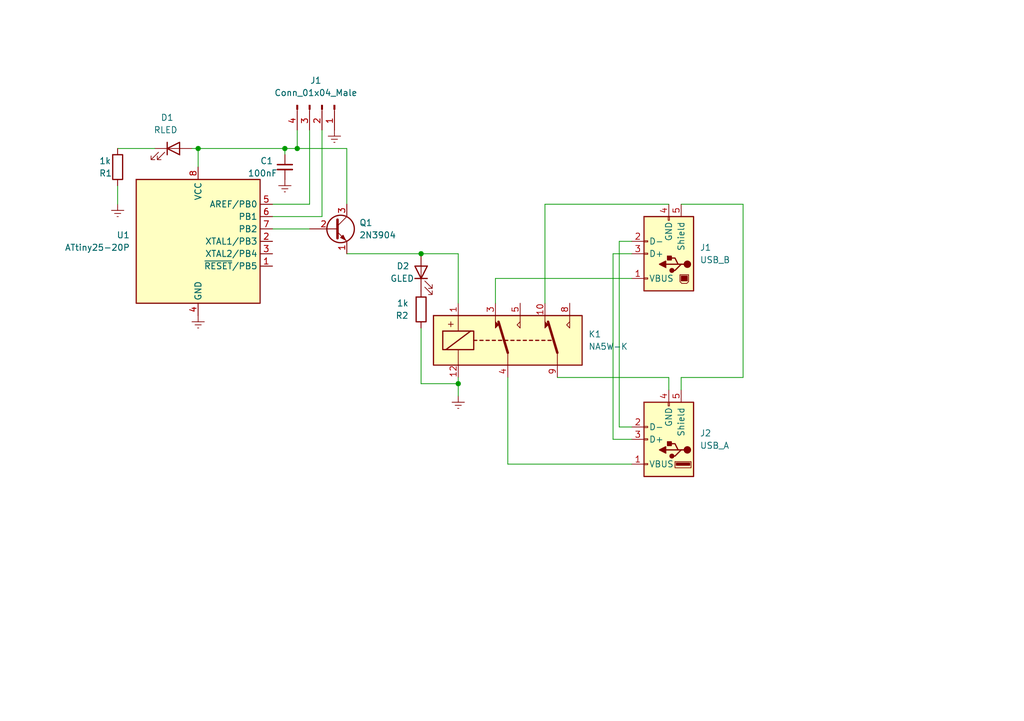
<source format=kicad_sch>
(kicad_sch (version 20211123) (generator eeschema)
  (paper "A5")
  (title_block (title "Tiny USB Switch") (date "2022-06-10") (rev "v1.0") (company "Gajdos Tamás"))
  (lib_symbols
    (symbol "Connector:Conn_01x04_Male" (pin_names (offset 1.016) hide)
      (property "Reference" "J" (at 0 5.08 0))
      (property "Value" "Conn_01x04_Male" (at 0 -7.62 0))
      (symbol "Conn_01x04_Male_1_1"
        (polyline (pts (xy 1.27 -5.08) (xy 0.8636 -5.08)) (stroke (width 0.1524)))
        (polyline (pts (xy 1.27 -2.54) (xy 0.8636 -2.54)) (stroke (width 0.1524)))
        (polyline (pts (xy 1.27 0) (xy 0.8636 0)) (stroke (width 0.1524)))
        (polyline (pts (xy 1.27 2.54) (xy 0.8636 2.54)) (stroke (width 0.1524)))
        (rectangle (start 0.8636 -4.953) (end 0 -5.207) (stroke (width 0.1524)) (fill (type outline)))
        (rectangle (start 0.8636 -2.413) (end 0 -2.667) (stroke (width 0.1524)) (fill (type outline)))
        (rectangle (start 0.8636 0.127) (end 0 -0.127) (stroke (width 0.1524)) (fill (type outline)))
        (rectangle (start 0.8636 2.667) (end 0 2.413) (stroke (width 0.1524)) (fill (type outline)))
        (pin passive line (at 5.08 2.54 180) (length 3.81) (name "Pin_1") (number "1"))
        (pin passive line (at 5.08 0 180) (length 3.81) (name "Pin_2") (number "2"))
        (pin passive line (at 5.08 -2.54 180) (length 3.81) (name "Pin_3") (number "3"))
        (pin passive line (at 5.08 -5.08 180) (length 3.81) (name "Pin_4") (number "4"))
      )
    )
    (symbol "Connector:USB_A" (pin_names (offset 1.016))
      (property "Reference" "J" (at -5.08 11.43 0))
      (property "Value" "USB_A" (at -5.08 8.89 0))
      (symbol "USB_A_0_1"
        (rectangle (start -5.08 -7.62) (end 5.08 7.62) (stroke (width 0.254)) (fill (type background)))
        (circle (center -3.81 2.159) (radius 0.635) (stroke (width 0.254)) (fill (type outline)))
        (rectangle (start -1.524 4.826) (end -4.318 5.334) (fill (type outline)))
        (rectangle (start -1.27 4.572) (end -4.572 5.842))
        (circle (center -0.635 3.429) (radius 0.381) (stroke (width 0.254)) (fill (type outline)))
        (rectangle (start -0.127 -7.62) (end 0.127 -6.858))
        (polyline (pts (xy -3.175 2.159) (xy -2.54 2.159) (xy -1.27 3.429) (xy -0.635 3.429)) (stroke (width 0.254)))
        (polyline (pts (xy -2.54 2.159) (xy -1.905 2.159) (xy -1.27 0.889) (xy 0 0.889)) (stroke (width 0.254)))
        (polyline (pts (xy 0.635 2.794) (xy 0.635 1.524) (xy 1.905 2.159) (xy 0.635 2.794)) (stroke (width 0.254)) (fill (type outline)))
        (rectangle (start 0.254 1.27) (end -0.508 0.508) (stroke (width 0.254)) (fill (type outline)))
        (rectangle (start 5.08 -2.667) (end 4.318 -2.413))
        (rectangle (start 5.08 -0.127) (end 4.318 0.127))
        (rectangle (start 5.08 4.953) (end 4.318 5.207))
      )
      (symbol "USB_A_1_1"
        (polyline (pts (xy -1.905 2.159) (xy 0.635 2.159)) (stroke (width 0.254)))
        (pin power_in line (at 7.62 5.08 180) (length 2.54) (name "VBUS") (number "1"))
        (pin bidirectional line (at 7.62 -2.54 180) (length 2.54) (name "D-") (number "2"))
        (pin bidirectional line (at 7.62 0 180) (length 2.54) (name "D+") (number "3"))
        (pin power_in line (at 0 -10.16 90) (length 2.54) (name "GND") (number "4"))
        (pin passive line (at -2.54 -10.16 90) (length 2.54) (name "Shield") (number "5"))
      )
    )
    (symbol "Connector:USB_B" (pin_names (offset 1.016))
      (property "Reference" "J" (at -5.08 11.43 0))
      (property "Value" "USB_B" (at -5.08 8.89 0))
      (symbol "USB_B_0_1"
        (rectangle (start -5.08 -7.62) (end 5.08 7.62) (stroke (width 0.254)) (fill (type background)))
        (circle (center -3.81 2.159) (radius 0.635) (stroke (width 0.254)) (fill (type outline)))
        (rectangle (start -3.81 5.588) (end -2.54 4.572) (fill (type outline)))
        (circle (center -0.635 3.429) (radius 0.381) (stroke (width 0.254)) (fill (type outline)))
        (rectangle (start -0.127 -7.62) (end 0.127 -6.858))
        (polyline (pts (xy -1.905 2.159) (xy 0.635 2.159)) (stroke (width 0.254)))
        (polyline (pts (xy -3.175 2.159) (xy -2.54 2.159) (xy -1.27 3.429) (xy -0.635 3.429)) (stroke (width 0.254)))
        (polyline (pts (xy -2.54 2.159) (xy -1.905 2.159) (xy -1.27 0.889) (xy 0 0.889)) (stroke (width 0.254)))
        (polyline (pts (xy 0.635 2.794) (xy 0.635 1.524) (xy 1.905 2.159) (xy 0.635 2.794)) (stroke (width 0.254)) (fill (type outline)))
        (polyline (pts (xy -4.064 4.318) (xy -2.286 4.318) (xy -2.286 5.715) (xy -2.667 6.096) (xy -3.683 6.096) (xy -4.064 5.715) (xy -4.064 4.318)))
        (rectangle (start 0.254 1.27) (end -0.508 0.508) (stroke (width 0.254)) (fill (type outline)))
        (rectangle (start 5.08 -2.667) (end 4.318 -2.413))
        (rectangle (start 5.08 -0.127) (end 4.318 0.127))
        (rectangle (start 5.08 4.953) (end 4.318 5.207))
      )
      (symbol "USB_B_1_1"
        (pin power_out line (at 7.62 5.08 180) (length 2.54) (name "VBUS") (number "1"))
        (pin bidirectional line (at 7.62 -2.54 180) (length 2.54) (name "D-") (number "2"))
        (pin bidirectional line (at 7.62 0 180) (length 2.54) (name "D+") (number "3"))
        (pin power_out line (at 0 -10.16 90) (length 2.54) (name "GND") (number "4"))
        (pin passive line (at -2.54 -10.16 90) (length 2.54) (name "Shield") (number "5"))
      )
    )
    (symbol "Device:C_Small" (pin_numbers hide) (pin_names (offset 0.254) hide)
      (property "Reference" "C" (at 0.254 1.778 0))
      (property "Value" "C_Small" (at 0.254 -2.032 0))
      (symbol "C_Small_0_1"
        (polyline (pts (xy -1.524 -0.508) (xy 1.524 -0.508)) (stroke (width 0.3302)))
        (polyline (pts (xy -1.524 0.508) (xy 1.524 0.508)) (stroke (width 0.3048)))
      )
      (symbol "C_Small_1_1"
        (pin passive line (at 0 2.54 270) (length 2.032) (name "~") (number "1"))
        (pin passive line (at 0 -2.54 90) (length 2.032) (name "~") (number "2"))
      )
    )
    (symbol "Device:LED" (pin_numbers hide) (pin_names (offset 1.016) hide)
      (property "Reference" "D" (at 0 2.54 0))
      (property "Value" "LED" (at 0 -2.54 0))
      (symbol "LED_0_1"
        (polyline (pts (xy -1.27 -1.27) (xy -1.27 1.27)) (stroke (width 0.254)))
        (polyline (pts (xy -1.27 0) (xy 1.27 0)))
        (polyline (pts (xy 1.27 -1.27) (xy 1.27 1.27) (xy -1.27 0) (xy 1.27 -1.27)) (stroke (width 0.254)))
        (polyline (pts (xy -3.048 -0.762) (xy -4.572 -2.286) (xy -3.81 -2.286) (xy -4.572 -2.286) (xy -4.572 -1.524)))
        (polyline (pts (xy -1.778 -0.762) (xy -3.302 -2.286) (xy -2.54 -2.286) (xy -3.302 -2.286) (xy -3.302 -1.524)))
      )
      (symbol "LED_1_1"
        (pin passive line (at -3.81 0 0) (length 2.54) (name "K") (number "1"))
        (pin passive line (at 3.81 0 180) (length 2.54) (name "A") (number "2"))
      )
    )
    (symbol "Device:R" (pin_numbers hide) (pin_names (offset 0))
      (property "Reference" "R" (at 2.032 0 90))
      (property "Value" "R" (at 0 0 90))
      (symbol "R_0_1"
        (rectangle (start -1.016 -2.54) (end 1.016 2.54) (stroke (width 0.254)))
      )
      (symbol "R_1_1"
        (pin passive line (at 0 3.81 270) (length 1.27) (name "~") (number "1"))
        (pin passive line (at 0 -3.81 90) (length 1.27) (name "~") (number "2"))
      )
    )
    (symbol "MCU_Microchip_ATtiny:ATtiny25-20P"
      (property "Reference" "U" (at -12.7 13.97 0))
      (property "Value" "ATtiny25-20P" (at 2.54 -13.97 0))
      (symbol "ATtiny25-20P_0_1"
        (rectangle (start -12.7 -12.7) (end 12.7 12.7) (stroke (width 0.254)) (fill (type background)))
      )
      (symbol "ATtiny25-20P_1_1"
        (pin bidirectional line (at 15.24 -5.08 180) (length 2.54) (name "~{RESET}/PB5") (number "1"))
        (pin bidirectional line (at 15.24 0 180) (length 2.54) (name "XTAL1/PB3") (number "2"))
        (pin bidirectional line (at 15.24 -2.54 180) (length 2.54) (name "XTAL2/PB4") (number "3"))
        (pin power_in line (at 0 -15.24 90) (length 2.54) (name "GND") (number "4"))
        (pin bidirectional line (at 15.24 7.62 180) (length 2.54) (name "AREF/PB0") (number "5"))
        (pin bidirectional line (at 15.24 5.08 180) (length 2.54) (name "PB1") (number "6"))
        (pin bidirectional line (at 15.24 2.54 180) (length 2.54) (name "PB2") (number "7"))
        (pin power_in line (at 0 15.24 270) (length 2.54) (name "VCC") (number "8"))
      )
    )
    (symbol "STRN_Lab:NA5W-K" (pin_names (offset 1.016))
      (property "Reference" "K" (at 21.59 3.81 0))
      (property "Value" "NA5W-K" (at 21.59 1.27 0))
      (symbol "NA5W-K_1_0"
        (polyline (pts (xy -12.192 3.302) (xy -11.176 3.302)))
        (polyline (pts (xy -11.684 3.81) (xy -11.684 2.794)))
      )
      (symbol "NA5W-K_1_1"
        (rectangle (start -15.24 5.08) (end 15.24 -5.08) (stroke (width 0.254)) (fill (type background)))
        (rectangle (start -13.335 1.905) (end -6.985 -1.905) (stroke (width 0.254)))
        (polyline (pts (xy -12.7 -1.905) (xy -7.62 1.905)) (stroke (width 0.254)))
        (polyline (pts (xy -10.16 -5.08) (xy -10.16 -1.905)))
        (polyline (pts (xy -10.16 5.08) (xy -10.16 1.905)))
        (polyline (pts (xy -6.985 0) (xy -6.35 0)) (stroke (width 0.254)))
        (polyline (pts (xy -5.715 0) (xy -5.08 0)) (stroke (width 0.254)))
        (polyline (pts (xy -4.445 0) (xy -3.81 0)) (stroke (width 0.254)))
        (polyline (pts (xy -3.175 0) (xy -2.54 0)) (stroke (width 0.254)))
        (polyline (pts (xy -2.54 2.54) (xy -2.54 5.08)))
        (polyline (pts (xy -1.905 0) (xy -1.27 0)) (stroke (width 0.254)))
        (polyline (pts (xy -0.635 0) (xy 0 0)) (stroke (width 0.254)))
        (polyline (pts (xy 0 -2.54) (xy -1.905 3.81)) (stroke (width 0.508)))
        (polyline (pts (xy 0 -2.54) (xy 0 -5.08)))
        (polyline (pts (xy 0.635 0) (xy 1.27 0)) (stroke (width 0.254)))
        (polyline (pts (xy 1.905 0) (xy 2.54 0)) (stroke (width 0.254)))
        (polyline (pts (xy 2.54 2.54) (xy 2.54 5.08)))
        (polyline (pts (xy 3.175 0) (xy 3.81 0)) (stroke (width 0.254)))
        (polyline (pts (xy 4.445 0) (xy 5.08 0)) (stroke (width 0.254)))
        (polyline (pts (xy 5.715 0) (xy 6.35 0)) (stroke (width 0.254)))
        (polyline (pts (xy 6.985 0) (xy 7.62 0)) (stroke (width 0.254)))
        (polyline (pts (xy 7.62 2.54) (xy 7.62 5.08)))
        (polyline (pts (xy 8.255 0) (xy 8.89 0)) (stroke (width 0.254)))
        (polyline (pts (xy 10.16 -2.54) (xy 8.255 3.81)) (stroke (width 0.508)))
        (polyline (pts (xy 10.16 -2.54) (xy 10.16 -5.08)))
        (polyline (pts (xy 12.7 2.54) (xy 12.7 5.08)))
        (polyline (pts (xy -2.54 2.54) (xy -1.905 3.175) (xy -2.54 3.81)) (fill (type outline)))
        (polyline (pts (xy 2.54 2.54) (xy 1.905 3.175) (xy 2.54 3.81)))
        (polyline (pts (xy 7.62 2.54) (xy 8.255 3.175) (xy 7.62 3.81)) (fill (type outline)))
        (polyline (pts (xy 12.7 2.54) (xy 12.065 3.175) (xy 12.7 3.81)))
        (pin passive line (at -10.16 7.62 270) (length 2.54) (name "~") (number "1"))
        (pin passive line (at 7.62 7.62 270) (length 2.54) (name "~") (number "10"))
        (pin passive line (at -10.16 -7.62 90) (length 2.54) (name "~") (number "12"))
        (pin passive line (at -2.54 7.62 270) (length 2.54) (name "~") (number "3"))
        (pin passive line (at 0 -7.62 90) (length 2.54) (name "~") (number "4"))
        (pin passive line (at 2.54 7.62 270) (length 2.54) (name "~") (number "5"))
        (pin passive line (at 12.7 7.62 270) (length 2.54) (name "~") (number "8"))
        (pin passive line (at 10.16 -7.62 90) (length 2.54) (name "~") (number "9"))
      )
    )
    (symbol "Transistor_BJT:2N3904" (pin_names (offset 0) hide)
      (property "Reference" "Q" (at 5.08 1.905 0))
      (property "Value" "2N3904" (at 5.08 0 0))
      (symbol "2N3904_0_1"
        (polyline (pts (xy 0.635 0.635) (xy 2.54 2.54)))
        (polyline (pts (xy 0.635 -0.635) (xy 2.54 -2.54) (xy 2.54 -2.54)))
        (polyline (pts (xy 0.635 1.905) (xy 0.635 -1.905) (xy 0.635 -1.905)) (stroke (width 0.508)))
        (polyline (pts (xy 1.27 -1.778) (xy 1.778 -1.27) (xy 2.286 -2.286) (xy 1.27 -1.778) (xy 1.27 -1.778)) (fill (type outline)))
        (circle (center 1.27 0) (radius 2.8194) (stroke (width 0.254)))
      )
      (symbol "2N3904_1_1"
        (pin passive line (at 2.54 -5.08 90) (length 2.54) (name "E") (number "1"))
        (pin passive line (at -5.08 0 0) (length 5.715) (name "B") (number "2"))
        (pin passive line (at 2.54 5.08 270) (length 2.54) (name "C") (number "3"))
      )
    )
    (symbol "power:Earth" (power) (pin_names (offset 0))
      (symbol "Earth_0_1"
        (polyline (pts (xy -0.635 -1.905) (xy 0.635 -1.905)))
        (polyline (pts (xy -0.127 -2.54) (xy 0.127 -2.54)))
        (polyline (pts (xy 0 -1.27) (xy 0 0)))
        (polyline (pts (xy 1.27 -1.27) (xy -1.27 -1.27)))
      )
      (symbol "Earth_1_1"
        (pin power_in line (at 0 0 270) (length 0) hide (name "Earth") (number "1"))
      )
    )
  )
  (junction (at 40.64 30.48))
  (junction (at 93.98 78.74))
  (junction (at 58.42 30.48))
  (junction (at 86.36 52.07))
  (junction (at 60.96 30.48))
  (wire (pts (xy 93.98 78.74) (xy 93.98 81.28)))
  (wire (pts (xy 71.12 52.07) (xy 86.36 52.07)))
  (wire (pts (xy 139.7 41.91) (xy 152.4 41.91)))
  (wire (pts (xy 24.13 38.1) (xy 24.13 41.91)))
  (wire (pts (xy 139.7 80.01) (xy 139.7 77.47)))
  (wire (pts (xy 137.16 77.47) (xy 137.16 80.01)))
  (wire (pts (xy 111.76 41.91) (xy 111.76 62.23)))
  (wire (pts (xy 137.16 41.91) (xy 111.76 41.91)))
  (wire (pts (xy 129.54 95.25) (xy 104.14 95.25)))
  (wire (pts (xy 93.98 77.47) (xy 93.98 78.74)))
  (wire (pts (xy 104.14 95.25) (xy 104.14 77.47)))
  (wire (pts (xy 86.36 52.07) (xy 93.98 52.07)))
  (wire (pts (xy 40.64 30.48) (xy 40.64 34.29)))
  (wire (pts (xy 55.88 41.91) (xy 63.5 41.91)))
  (wire (pts (xy 24.13 30.48) (xy 31.75 30.48)))
  (wire (pts (xy 60.96 26.67) (xy 60.96 30.48)))
  (wire (pts (xy 127 49.53) (xy 127 87.63)))
  (wire (pts (xy 101.6 57.15) (xy 101.6 62.23)))
  (wire (pts (xy 152.4 41.91) (xy 152.4 77.47)))
  (wire (pts (xy 55.88 44.45) (xy 66.04 44.45)))
  (wire (pts (xy 40.64 30.48) (xy 58.42 30.48)))
  (wire (pts (xy 129.54 57.15) (xy 101.6 57.15)))
  (wire (pts (xy 66.04 26.67) (xy 66.04 44.45)))
  (wire (pts (xy 60.96 30.48) (xy 71.12 30.48)))
  (wire (pts (xy 39.37 30.48) (xy 40.64 30.48)))
  (wire (pts (xy 86.36 67.31) (xy 86.36 78.74)))
  (wire (pts (xy 127 87.63) (xy 129.54 87.63)))
  (wire (pts (xy 139.7 77.47) (xy 152.4 77.47)))
  (wire (pts (xy 63.5 41.91) (xy 63.5 26.67)))
  (wire (pts (xy 58.42 30.48) (xy 58.42 31.75)))
  (wire (pts (xy 86.36 78.74) (xy 93.98 78.74)))
  (wire (pts (xy 71.12 30.48) (xy 71.12 41.91)))
  (wire (pts (xy 129.54 49.53) (xy 127 49.53)))
  (wire (pts (xy 58.42 30.48) (xy 60.96 30.48)))
  (wire (pts (xy 125.73 90.17) (xy 129.54 90.17)))
  (wire (pts (xy 129.54 52.07) (xy 125.73 52.07)))
  (wire (pts (xy 93.98 52.07) (xy 93.98 62.23)))
  (wire (pts (xy 125.73 52.07) (xy 125.73 90.17)))
  (wire (pts (xy 114.3 77.47) (xy 137.16 77.47)))
  (wire (pts (xy 55.88 46.99) (xy 63.5 46.99)))
  (symbol (lib_id "Device:R") (at 86.36 63.5 180) (unit 1)
    (property "Reference" "R2" (at 83.82 64.77 0) (effects (justify left)))
    (property "Value" "1k" (at 83.82 62.2301 0) (effects (justify left)))
  )
  (symbol (lib_id "Device:LED") (at 35.56 30.48 0) (unit 1)
    (property "Reference" "D1" (at 34.29 24.13 0))
    (property "Value" "RLED" (at 33.9725 26.67 0))
  )
  (symbol (lib_id "power:Earth") (at 93.98 81.28 0) (unit 1)
    (property "Reference" "#PWR?" (effects hide))
    (property "Value" "Earth" (effects hide))
  )
  (symbol (lib_id "power:Earth") (at 58.42 36.83 0) (unit 1)
    (property "Reference" "#PWR?" (effects hide))
    (property "Value" "Earth" (effects hide))
  )
  (symbol (lib_id "MCU_Microchip_ATtiny:ATtiny25-20P") (at 40.64 49.53 0) (unit 1)
    (property "Reference" "U1" (at 26.67 48.2599 0) (effects (justify right)))
    (property "Value" "ATtiny25-20P" (at 26.67 50.7999 0) (effects (justify right)))
    (property "Footprint" "Package_DIP:DIP-8_W7.62mm" (effects hide))
    (property "Datasheet" "http://ww1.microchip.com/downloads/en/DeviceDoc/atmel-2586-avr-8-bit-microcontroller-attiny25-attiny45-attiny85_datasheet.pdf" (effects hide))
  )
  (symbol (lib_id "Transistor_BJT:2N3904") (at 68.58 46.99 0) (unit 1)
    (property "Reference" "Q1" (at 73.66 45.7199 0) (effects (justify left)))
    (property "Value" "2N3904" (at 73.66 48.2599 0) (effects (justify left)))
    (property "Footprint" "Package_TO_SOT_THT:TO-92_Inline" (effects hide))
    (property "Datasheet" "https://www.onsemi.com/pub/Collateral/2N3903-D.PDF" (effects hide))
  )
  (symbol (lib_id "power:Earth") (at 68.58 26.67 0) (unit 1)
    (property "Reference" "#PWR?" (effects hide))
    (property "Value" "Earth" (effects hide))
  )
  (symbol (lib_id "Device:C_Small") (at 58.42 34.29 0) (unit 1)
    (property "Reference" "C1" (at 53.34 33.02 0) (effects (justify left)))
    (property "Value" "100nF" (at 50.8 35.56 0) (effects (justify left)))
  )
  (symbol (lib_id "STRN_Lab:NA5W-K") (at 104.14 69.85 0) (unit 1)
    (property "Reference" "K1" (at 120.65 68.5799 0) (effects (justify left)))
    (property "Value" "NA5W-K" (at 120.65 71.1199 0) (effects (justify left)))
    (property "Footprint" "STRN_Lab_Module:Relay_DPDT_NA5W-K" (effects hide))
  )
  (symbol (lib_id "Connector:USB_B") (at 137.16 52.07 180) (unit 1)
    (property "Reference" "J1" (at 143.51 50.7999 0) (effects (justify right)))
    (property "Value" "USB_B" (at 143.51 53.3399 0) (effects (justify right)))
    (property "Datasheet" " ~" (effects hide))
  )
  (symbol (lib_id "Connector:Conn_01x04_Male") (at 66.04 21.59 270) (unit 1)
    (property "Reference" "J1" (at 64.77 16.51 90))
    (property "Value" "Conn_01x04_Male" (at 64.77 19.05 90))
  )
  (symbol (lib_id "Device:LED") (at 86.36 55.88 90) (unit 1)
    (property "Reference" "D2" (at 81.28 54.61 90) (effects (justify right)))
    (property "Value" "GLED" (at 80.01 57.15 90) (effects (justify right)))
  )
  (symbol (lib_id "Connector:USB_A") (at 137.16 90.17 180) (unit 1)
    (property "Reference" "J2" (at 143.51 88.8999 0) (effects (justify right)))
    (property "Value" "USB_A" (at 143.51 91.4399 0) (effects (justify right)))
    (property "Datasheet" " ~" (effects hide))
  )
  (symbol (lib_id "Device:R") (at 24.13 34.29 180) (unit 1)
    (property "Reference" "R1" (at 20.32 35.56 0) (effects (justify right)))
    (property "Value" "1k" (at 20.32 33.02 0) (effects (justify right)))
  )
  (symbol (lib_id "power:Earth") (at 24.13 41.91 0) (unit 1)
    (property "Reference" "#PWR?" (effects hide))
    (property "Value" "Earth" (effects hide))
  )
  (symbol (lib_id "power:Earth") (at 40.64 64.77 0) (unit 1)
    (property "Reference" "#PWR?" (effects hide))
    (property "Value" "Earth" (effects hide))
  )
)
</source>
